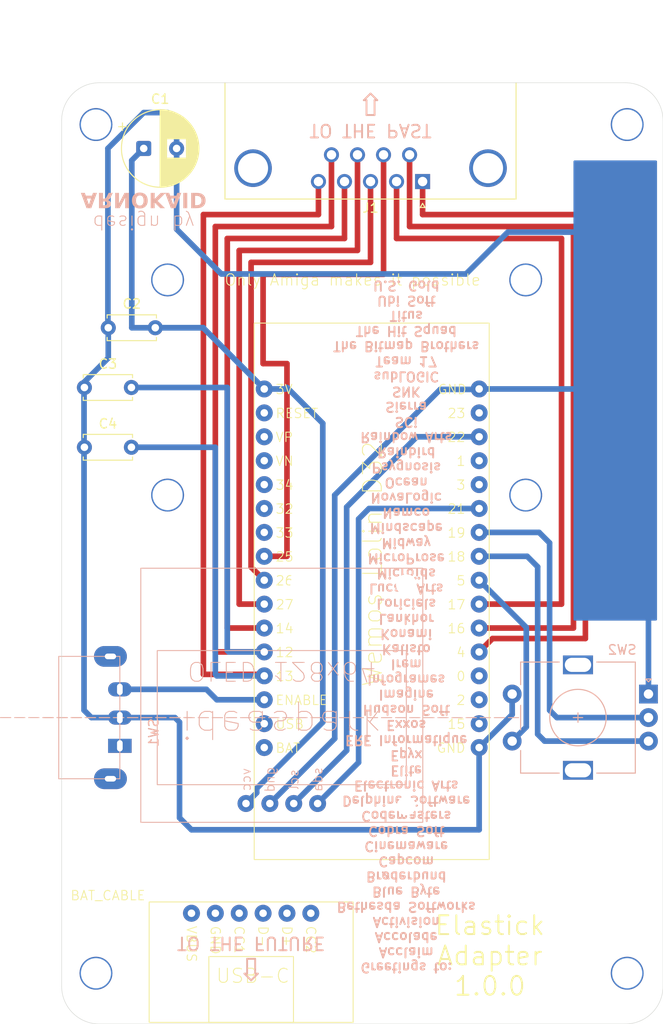
<source format=kicad_pcb>
(kicad_pcb (version 20241229) (generator "pcbnew") (generator_version "9.0")
  (layers (0 "F.Cu" signal) (2 "B.Cu" signal) (13 "F.Paste" user) (15 "B.Paste" user) (5 "F.SilkS" user "F.Silkscreen") (7 "B.SilkS" user "B.Silkscreen") (1 "F.Mask" user) (3 "B.Mask" user) (25 "Edge.Cuts" user))
  (net 0 "")
  (net 5 "Net-(U1-19)")
  (net 6 "Net-(U1-18)")
  (net 10 "Net-(U1-5)")
  (net 14 "Net-(DS1-vcc)")
  (net 15 "Net-(DS1-sda)")
  (net 16 "Net-(DS1-scl)")
  (net 18 "Net-(U1-4)")
  (net 19 "Net-(C3-Pad2)")
  (net 20 "Net-(C4-Pad2)")
  (net 21 "Net-(U1-14)")
  (net 22 "Net-(U1-16)")
  (net 23 "Net-(U1-17)")
  (net 24 "Net-(U1-26)")
  (net 25 "Net-(U1-27)")
  (net 35 "Net-(U1-25)")
  (net 38 "Net-(SW1-C)")
  (net 40 "/GND_NET")
  (footprint "elastick:usbc" (layer "F.Cu") (at 125.73 148.64)
    (property "Reference" "J2" (hide yes))
    (property "Value" "USB-C Breakout" (hide yes))
    (fp_rect (start -10.85 0) (end 10.85 12.8) (stroke (width 0.1)) (fill no) (layer "F.SilkS"))
    (fp_rect (start -4.5 5.8) (end 4.5 12.8) (stroke (width 0.1)) (fill no) (layer "F.SilkS"))
    (fp_text user "CC2" (at 6.35 2.47 270) (layer "F.SilkS") (effects (font (thickness 0.1)) (justify left)))
    (fp_text user "CC1" (at -1.27 2.47 270) (layer "F.SilkS") (effects (font (thickness 0.1)) (justify left)))
    (fp_text user "D-" (at 1.27 2.47 270) (layer "F.SilkS") (effects (font (thickness 0.1)) (justify left)))
    (fp_text user "D+" (at 3.81 2.47 270) (layer "F.SilkS") (effects (font (thickness 0.1)) (justify left)))
    (fp_text user "USB-C" (at -3.81 8.73 0) (layer "F.SilkS") (effects (font (size 1.5 1.5) (thickness 0.1)) (justify left bottom)))
    (fp_text user "GND" (at -3.81 2.47 270) (layer "F.SilkS") (effects (font (thickness 0.1)) (justify left)))
    (fp_text user "VBUS" (at -6.35 2.47 270) (layer "F.SilkS") (effects (font (thickness 0.1)) (justify left)))
    (pad "" np_thru_hole circle (at -8.35 10) (size 3.2 3.2) (drill 3.2) (layers "*.Cu" "*.Mask"))
    (pad "" np_thru_hole circle (at 0 10) (size 2.2 2.2) (drill 2.2) (layers "*.Cu" "*.Mask"))
    (pad "" np_thru_hole circle (at 8.35 10) (size 3.2 3.2) (drill 3.2) (layers "*.Cu" "*.Mask"))
    (pad "1" thru_hole circle (at -6.35 1.2) (size 1.8 1.8) (drill 0.8) (layers "*.Cu" "*.Mask"))
    (pad "2" thru_hole circle (at -3.81 1.2) (size 1.8 1.8) (drill 0.8) (layers "*.Cu" "*.Mask"))
    (pad "3" thru_hole circle (at -1.27 1.2) (size 1.8 1.8) (drill 0.8) (layers "*.Cu" "*.Mask"))
    (pad "4" thru_hole circle (at 1.27 1.2) (size 1.8 1.8) (drill 0.8) (layers "*.Cu" "*.Mask"))
    (pad "5" thru_hole circle (at 3.81 1.2) (size 1.8 1.8) (drill 0.8) (layers "*.Cu" "*.Mask"))
    (pad "6" thru_hole circle (at 6.35 1.2) (size 1.8 1.8) (drill 0.8) (layers "*.Cu" "*.Mask"))
  )
  (footprint "elastick:battery_hole" (layer "F.Cu") (at 165.735 156.21)
    (property "Reference" "REF**" (hide yes))
    (property "Value" "battery_hole" (hide yes))
    (pad "" np_thru_hole circle (at 0 0) (size 3.5 3.5) (drill 3.2) (layers "*.Cu" "*.Mask"))
  )
  (footprint "elastick:battery_hole" (layer "F.Cu") (at 165.735 66.04)
    (property "Reference" "REF**" (hide yes))
    (property "Value" "battery_hole" (hide yes))
    (pad "" np_thru_hole circle (at 0 0) (size 3.5 3.5) (drill 3.2) (layers "*.Cu" "*.Mask"))
  )
  (footprint "Capacitor_THT:C_Disc_D5.0mm_W2.5mm_P5.00mm" (layer "F.Cu") (at 107.99 100.33)
    (property "Reference" "C4" (at 2.5 -2.5 0) (layer "F.SilkS"))
    (property "Value" "22nF")
    (fp_line (start -0.12 -1.37) (end 5.12 -1.37) (stroke (width 0.12)) (layer "F.SilkS"))
    (fp_line (start -0.12 -1.033) (end -0.12 -1.37) (stroke (width 0.12)) (layer "F.SilkS"))
    (fp_line (start -0.12 1.37) (end -0.12 1.033) (stroke (width 0.12)) (layer "F.SilkS"))
    (fp_line (start 5.12 -1.37) (end 5.12 -1.033) (stroke (width 0.12)) (layer "F.SilkS"))
    (fp_line (start 5.12 1.033) (end 5.12 1.37) (stroke (width 0.12)) (layer "F.SilkS"))
    (fp_line (start 5.12 1.37) (end -0.12 1.37) (stroke (width 0.12)) (layer "F.SilkS"))
    (pad "1" thru_hole circle (at 0 0) (size 1.6 1.6) (drill 0.8) (layers "*.Cu" "*.Mask") (net 40 "/GND_NET"))
    (pad "2" thru_hole circle (at 5 0) (size 1.6 1.6) (drill 0.8) (layers "*.Cu" "*.Mask") (net 20 "Net-(C4-Pad2)"))
  )
  (footprint "Capacitor_THT:C_Disc_D5.0mm_W2.5mm_P5.00mm" (layer "F.Cu") (at 107.99 93.98)
    (property "Reference" "C3" (at 2.5 -2.5 0) (layer "F.SilkS"))
    (property "Value" "22nF")
    (fp_line (start -0.12 -1.37) (end 5.12 -1.37) (stroke (width 0.12)) (layer "F.SilkS"))
    (fp_line (start -0.12 -1.033) (end -0.12 -1.37) (stroke (width 0.12)) (layer "F.SilkS"))
    (fp_line (start -0.12 1.37) (end -0.12 1.033) (stroke (width 0.12)) (layer "F.SilkS"))
    (fp_line (start 5.12 -1.37) (end 5.12 -1.033) (stroke (width 0.12)) (layer "F.SilkS"))
    (fp_line (start 5.12 1.033) (end 5.12 1.37) (stroke (width 0.12)) (layer "F.SilkS"))
    (fp_line (start 5.12 1.37) (end -0.12 1.37) (stroke (width 0.12)) (layer "F.SilkS"))
    (pad "1" thru_hole circle (at 0 0) (size 1.6 1.6) (drill 0.8) (layers "*.Cu" "*.Mask") (net 40 "/GND_NET"))
    (pad "2" thru_hole circle (at 5 0) (size 1.6 1.6) (drill 0.8) (layers "*.Cu" "*.Mask") (net 19 "Net-(C3-Pad2)"))
  )
  (footprint "elastick:battery_cable_hole" (layer "F.Cu") (at 110.49 144.145)
    (property "Reference" "BAT_CABLE" (at 0 3.81 0) (layer "F.SilkS") (effects (font (thickness 0.1))))
    (property "Value" "battery_cable_hole" (hide yes))
    (pad "" np_thru_hole circle (at 0 0) (size 6 6) (drill 6) (layers "*.Cu" "*.Mask"))
  )
  (footprint "elastick:battery_hole" (layer "F.Cu") (at 154.94 105.41)
    (property "Reference" "REF**" (hide yes))
    (property "Value" "battery_hole" (hide yes))
    (pad "" np_thru_hole circle (at 0 0) (size 3.5 3.5) (drill 3.2) (layers "*.Cu" "*.Mask"))
  )
  (footprint "elastick:battery_hole" (layer "F.Cu") (at 116.84 82.55)
    (property "Reference" "REF**" (hide yes))
    (property "Value" "battery_hole" (hide yes))
    (pad "" np_thru_hole circle (at 0 0) (size 3.5 3.5) (drill 3.2) (layers "*.Cu" "*.Mask"))
  )
  (footprint "elastick:battery_hole" (layer "F.Cu") (at 109.22 66.04)
    (property "Reference" "REF**" (hide yes))
    (property "Value" "battery_hole" (hide yes))
    (pad "" np_thru_hole circle (at 0 0) (size 3.5 3.5) (drill 3.2) (layers "*.Cu" "*.Mask"))
  )
  (footprint "elastick:battery_hole" (layer "F.Cu") (at 109.22 156.21)
    (property "Reference" "REF**" (hide yes))
    (property "Value" "battery_hole" (hide yes))
    (pad "" np_thru_hole circle (at 0 0) (size 3.5 3.5) (drill 3.2) (layers "*.Cu" "*.Mask"))
  )
  (footprint "Connector_Dsub:DSUB-9_Pins_Horizontal_P2.77x2.84mm_EdgePinOffset7.70mm_Housed_MountingHolesOffset9.12mm" (layer "F.Cu") (at 143.97 72.095331 180)
    (property "Reference" "J1" (at 5.54 -2.8 0) (layer "F.SilkS"))
    (property "Value" "DE-9JOYSTICK")
    (fp_line (start 21.025 -1.86) (end 21.025 10.48) (stroke (width 0.12)) (layer "F.SilkS"))
    (fp_line (start 0.25 -2.754338) (end 0 -2.321325) (stroke (width 0.12)) (layer "F.SilkS"))
    (fp_line (start 0 -2.321325) (end -0.25 -2.754338) (stroke (width 0.12)) (layer "F.SilkS"))
    (fp_line (start -0.25 -2.754338) (end 0.25 -2.754338) (stroke (width 0.12)) (layer "F.SilkS"))
    (fp_line (start -9.945 10.48) (end -9.945 -1.86) (stroke (width 0.12)) (layer "F.SilkS"))
    (fp_line (start -9.945 -1.86) (end 21.025 -1.86) (stroke (width 0.12)) (layer "F.SilkS"))
    (pad "0" thru_hole circle (at -6.96 1.42 180) (size 4 4) (drill 3.2) (layers "*.Cu" "*.Mask"))
    (pad "0" thru_hole circle (at 18.04 1.42 180) (size 4 4) (drill 3.2) (layers "*.Cu" "*.Mask"))
    (pad "1" thru_hole rect (at 0 0 180) (size 1.6 1.6) (drill 1) (layers "*.Cu" "*.Mask") (net 18 "Net-(U1-4)"))
    (pad "2" thru_hole circle (at 2.77 0 180) (size 1.6 1.6) (drill 1) (layers "*.Cu" "*.Mask") (net 23 "Net-(U1-17)"))
    (pad "3" thru_hole circle (at 5.54 0 180) (size 1.6 1.6) (drill 1) (layers "*.Cu" "*.Mask") (net 24 "Net-(U1-26)"))
    (pad "4" thru_hole circle (at 8.31 0 180) (size 1.6 1.6) (drill 1) (layers "*.Cu" "*.Mask") (net 21 "Net-(U1-14)"))
    (pad "5" thru_hole circle (at 11.08 0 180) (size 1.6 1.6) (drill 1) (layers "*.Cu" "*.Mask") (net 20 "Net-(C4-Pad2)"))
    (pad "6" thru_hole circle (at 1.385 2.84 180) (size 1.6 1.6) (drill 1) (layers "*.Cu" "*.Mask") (net 22 "Net-(U1-16)"))
    (pad "7" thru_hole circle (at 4.155 2.84 180) (size 1.6 1.6) (drill 1) (layers "*.Cu" "*.Mask") (net 35 "Net-(U1-25)"))
    (pad "8" thru_hole circle (at 6.925 2.84 180) (size 1.6 1.6) (drill 1) (layers "*.Cu" "*.Mask") (net 25 "Net-(U1-27)"))
    (pad "9" thru_hole circle (at 9.695 2.84 180) (size 1.6 1.6) (drill 1) (layers "*.Cu" "*.Mask") (net 19 "Net-(C3-Pad2)"))
  )
  (footprint "elastick:battery_hole" (layer "F.Cu") (at 154.94 82.55)
    (property "Reference" "REF**" (hide yes))
    (property "Value" "battery_hole" (hide yes))
    (pad "" np_thru_hole circle (at 0 0) (size 3.5 3.5) (drill 3.2) (layers "*.Cu" "*.Mask"))
  )
  (footprint "elastick:battery_hole" (layer "F.Cu") (at 116.84 105.41)
    (property "Reference" "REF**" (hide yes))
    (property "Value" "battery_hole" (hide yes))
    (pad "" np_thru_hole circle (at 0 0) (size 3.5 3.5) (drill 3.2) (layers "*.Cu" "*.Mask"))
  )
  (footprint "elastick:Lolin D32" (layer "F.Cu") (at 134.745 134.775662)
    (property "Reference" "U1" (hide yes))
    (property "Value" "LOLIN-D32" (hide yes))
    (fp_rect (start -8.69 -47.64) (end 16.31 9.36) (stroke (width 0.1)) (fill no) (layer "F.SilkS"))
    (fp_text user "12" (at -6.475 -12.065 0) (layer "F.SilkS") (effects (font (thickness 0.1)) (justify left bottom)))
    (fp_text user "RESET" (at -6.475 -37.465 0) (layer "F.SilkS") (effects (font (thickness 0.1)) (justify left bottom)))
    (fp_text user "14" (at -6.475 -14.605 0) (layer "F.SilkS") (effects (font (thickness 0.1)) (justify left bottom)))
    (fp_text user "ENABLE" (at -6.475 -6.985 0) (layer "F.SilkS") (effects (font (thickness 0.1)) (justify left bottom)))
    (fp_text user "3" (at 13.845 -29.845 0) (layer "F.SilkS") (effects (font (thickness 0.1)) (justify right bottom)))
    (fp_text user "21" (at 13.845 -27.305 0) (layer "F.SilkS") (effects (font (thickness 0.1)) (justify right bottom)))
    (fp_text user "5" (at 13.845 -19.685 0) (layer "F.SilkS") (effects (font (thickness 0.1)) (justify right bottom)))
    (fp_text user "17" (at 13.845 -17.145 0) (layer "F.SilkS") (effects (font (thickness 0.1)) (justify right bottom)))
    (fp_text user "32" (at -6.475 -27.305 0) (layer "F.SilkS") (effects (font (thickness 0.1)) (justify left bottom)))
    (fp_text user "19" (at 13.845 -24.765 0) (layer "F.SilkS") (effects (font (thickness 0.1)) (justify right bottom)))
    (fp_text user "22" (at 13.845 -34.925 0) (layer "F.SilkS") (effects (font (thickness 0.1)) (justify right bottom)))
    (fp_text user "3V" (at -6.475 -40.005 0) (layer "F.SilkS") (effects (font (thickness 0.1)) (justify left bottom)))
    (fp_text user "25" (at -6.475 -22.225 0) (layer "F.SilkS") (effects (font (thickness 0.1)) (justify left bottom)))
    (fp_text user "18" (at 13.845 -22.225 0) (layer "F.SilkS") (effects (font (thickness 0.1)) (justify right bottom)))
    (fp_text user "27" (at -6.475 -17.145 0) (layer "F.SilkS") (effects (font (thickness 0.1)) (justify left bottom)))
    (fp_text user "23" (at 13.845 -37.465 0) (layer "F.SilkS") (effects (font (thickness 0.1)) (justify right bottom)))
    (fp_text user "BAT" (at -6.475 -1.905 0) (layer "F.SilkS") (effects (font (thickness 0.1)) (justify left bottom)))
    (fp_text user "4" (at 13.845 -12.065 0) (layer "F.SilkS") (effects (font (thickness 0.1)) (justify right bottom)))
    (fp_text user "VN" (at -6.475 -32.385 0) (layer "F.SilkS") (effects (font (thickness 0.1)) (justify left bottom)))
    (fp_text user "VP" (at -6.475 -34.925 0) (layer "F.SilkS") (effects (font (thickness 0.1)) (justify left bottom)))
    (fp_text user "13" (at -6.475 -9.525 0) (layer "F.SilkS") (effects (font (thickness 0.1)) (justify left bottom)))
    (fp_text user "USB" (at -6.475 -4.445 0) (layer "F.SilkS") (effects (font (thickness 0.1)) (justify left bottom)))
    (fp_text user "1" (at 13.845 -32.385 0) (layer "F.SilkS") (effects (font (thickness 0.1)) (justify right bottom)))
    (fp_text user "GND" (at 13.845 -1.905 0) (layer "F.SilkS") (effects (font (thickness 0.1)) (justify right bottom)))
    (fp_text user "2" (at 13.845 -6.985 0) (layer "F.SilkS") (effects (font (thickness 0.1)) (justify right bottom)))
    (fp_text user "33" (at -6.475 -24.765 0) (layer "F.SilkS") (effects (font (thickness 0.1)) (justify left bottom)))
    (fp_text user "15" (at 13.845 -4.445 0) (layer "F.SilkS") (effects (font (thickness 0.1)) (justify right bottom)))
    (fp_text user "Wemos Lolin D32" (at 5.08 -8.89 90) (layer "F.SilkS") (effects (font (size 2 2) (thickness 0.1)) (justify left bottom)))
    (fp_text user "26" (at -6.475 -19.685 0) (layer "F.SilkS") (effects (font (thickness 0.1)) (justify left bottom)))
    (fp_text user "GND" (at 13.97 -40.005 0) (layer "F.SilkS") (effects (font (thickness 0.1)) (justify right bottom)))
    (fp_text user "0" (at 13.845 -9.525 0) (layer "F.SilkS") (effects (font (thickness 0.1)) (justify right bottom)))
    (fp_text user "16" (at 13.845 -14.605 0) (layer "F.SilkS") (effects (font (thickness 0.1)) (justify right bottom)))
    (fp_text user "34" (at -6.475 -29.845 0) (layer "F.SilkS") (effects (font (thickness 0.1)) (justify left bottom)))
    (pad "1" thru_hole circle (at -7.62 -40.64) (size 1.8 1.8) (drill 0.8) (layers "*.Cu" "*.Mask") (net 14 "Net-(DS1-vcc)"))
    (pad "2" thru_hole circle (at -7.62 -38.1) (size 1.8 1.8) (drill 0.8) (layers "*.Cu" "*.Mask"))
    (pad "3" thru_hole circle (at -7.62 -35.56) (size 1.8 1.8) (drill 0.8) (layers "*.Cu" "*.Mask"))
    (pad "4" thru_hole circle (at -7.62 -33.02) (size 1.8 1.8) (drill 0.8) (layers "*.Cu" "*.Mask"))
    (pad "5" thru_hole circle (at -7.62 -30.48) (size 1.8 1.8) (drill 0.8) (layers "*.Cu" "*.Mask"))
    (pad "6" thru_hole circle (at -7.62 -27.94) (size 1.8 1.8) (drill 0.8) (layers "*.Cu" "*.Mask"))
    (pad "7" thru_hole circle (at -7.62 -25.4) (size 1.8 1.8) (drill 0.8) (layers "*.Cu" "*.Mask"))
    (pad "8" thru_hole circle (at -7.62 -22.86) (size 1.8 1.8) (drill 0.8) (layers "*.Cu" "*.Mask") (net 35 "Net-(U1-25)"))
    (pad "9" thru_hole circle (at -7.62 -20.32) (size 1.8 1.8) (drill 0.8) (layers "*.Cu" "*.Mask") (net 24 "Net-(U1-26)"))
    (pad "10" thru_hole circle (at -7.62 -17.78) (size 1.8 1.8) (drill 0.8) (layers "*.Cu" "*.Mask") (net 25 "Net-(U1-27)"))
    (pad "11" thru_hole circle (at -7.62 -15.24) (size 1.8 1.8) (drill 0.8) (layers "*.Cu" "*.Mask") (net 21 "Net-(U1-14)"))
    (pad "12" thru_hole circle (at -7.62 -12.7) (size 1.8 1.8) (drill 0.8) (layers "*.Cu" "*.Mask") (net 19 "Net-(C3-Pad2)"))
    (pad "13" thru_hole circle (at -7.62 -10.16) (size 1.8 1.8) (drill 0.8) (layers "*.Cu" "*.Mask") (net 20 "Net-(C4-Pad2)"))
    (pad "14" thru_hole circle (at -7.62 -7.62) (size 1.8 1.8) (drill 0.8) (layers "*.Cu" "*.Mask") (net 38 "Net-(SW1-C)"))
    (pad "15" thru_hole circle (at -7.62 -5.08) (size 1.8 1.8) (drill 0.8) (layers "*.Cu" "*.Mask"))
    (pad "16" thru_hole circle (at -7.62 -2.54) (size 1.8 1.8) (drill 0.8) (layers "*.Cu" "*.Mask"))
    (pad "17" thru_hole circle (at 15.24 -40.64) (size 1.8 1.8) (drill 0.8) (layers "*.Cu" "*.Mask") (net 40 "/GND_NET"))
    (pad "18" thru_hole circle (at 15.24 -38.1) (size 1.8 1.8) (drill 0.8) (layers "*.Cu" "*.Mask"))
    (pad "19" thru_hole circle (at 15.24 -35.56) (size 1.8 1.8) (drill 0.8) (layers "*.Cu" "*.Mask") (net 16 "Net-(DS1-scl)"))
    (pad "20" thru_hole circle (at 15.24 -33.02) (size 1.8 1.8) (drill 0.8) (layers "*.Cu" "*.Mask"))
    (pad "21" thru_hole circle (at 15.24 -30.48) (size 1.8 1.8) (drill 0.8) (layers "*.Cu" "*.Mask"))
    (pad "22" thru_hole circle (at 15.24 -27.94) (size 1.8 1.8) (drill 0.8) (layers "*.Cu" "*.Mask") (net 15 "Net-(DS1-sda)"))
    (pad "23" thru_hole circle (at 15.24 -25.4) (size 1.8 1.8) (drill 0.8) (layers "*.Cu" "*.Mask") (net 5 "Net-(U1-19)"))
    (pad "24" thru_hole circle (at 15.24 -22.86) (size 1.8 1.8) (drill 0.8) (layers "*.Cu" "*.Mask") (net 6 "Net-(U1-18)"))
    (pad "25" thru_hole circle (at 15.24 -20.32) (size 1.8 1.8) (drill 0.8) (layers "*.Cu" "*.Mask") (net 10 "Net-(U1-5)"))
    (pad "26" thru_hole circle (at 15.24 -17.78) (size 1.8 1.8) (drill 0.8) (layers "*.Cu" "*.Mask") (net 23 "Net-(U1-17)"))
    (pad "27" thru_hole circle (at 15.24 -15.24) (size 1.8 1.8) (drill 0.8) (layers "*.Cu" "*.Mask") (net 22 "Net-(U1-16)"))
    (pad "28" thru_hole circle (at 15.24 -12.7) (size 1.8 1.8) (drill 0.8) (layers "*.Cu" "*.Mask") (net 18 "Net-(U1-4)"))
    (pad "29" thru_hole circle (at 15.24 -10.16) (size 1.8 1.8) (drill 0.8) (layers "*.Cu" "*.Mask"))
    (pad "30" thru_hole circle (at 15.24 -7.62) (size 1.8 1.8) (drill 0.8) (layers "*.Cu" "*.Mask"))
    (pad "31" thru_hole circle (at 15.24 -5.08) (size 1.8 1.8) (drill 0.8) (layers "*.Cu" "*.Mask"))
    (pad "32" thru_hole circle (at 15.24 -2.54) (size 1.8 1.8) (drill 0.8) (layers "*.Cu" "*.Mask") (net 40 "/GND_NET"))
  )
  (footprint "Capacitor_THT:CP_Radial_D8.0mm_P3.50mm" (layer "F.Cu") (at 114.3 68.58)
    (property "Reference" "C1" (at 1.75 -5.25 0) (layer "F.SilkS"))
    (property "Value" "470µF")
    (fp_line (start -2.659698 -2.315) (end -1.859698 -2.315) (stroke (width 0.12)) (layer "F.SilkS"))
    (fp_line (start -2.259698 -2.715) (end -2.259698 -1.915) (stroke (width 0.12)) (layer "F.SilkS"))
    (fp_line (start 1.75 -4.08) (end 1.75 4.08) (stroke (width 0.12)) (layer "F.SilkS"))
    (fp_line (start 1.79 -4.08) (end 1.79 4.08) (stroke (width 0.12)) (layer "F.SilkS"))
    (fp_line (start 1.83 -4.079) (end 1.83 4.079) (stroke (width 0.12)) (layer "F.SilkS"))
    (fp_line (start 1.87 -4.078) (end 1.87 4.078) (stroke (width 0.12)) (layer "F.SilkS"))
    (fp_line (start 1.91 -4.077) (end 1.91 4.077) (stroke (width 0.12)) (layer "F.SilkS"))
    (fp_line (start 1.95 -4.075) (end 1.95 4.075) (stroke (width 0.12)) (layer "F.SilkS"))
    (fp_line (start 1.99 -4.073) (end 1.99 4.073) (stroke (width 0.12)) (layer "F.SilkS"))
    (fp_line (start 2.03 -4.07) (end 2.03 4.07) (stroke (width 0.12)) (layer "F.SilkS"))
    (fp_line (start 2.07 -4.068) (end 2.07 4.068) (stroke (width 0.12)) (layer "F.SilkS"))
    (fp_line (start 2.11 -4.064) (end 2.11 4.064) (stroke (width 0.12)) (layer "F.SilkS"))
    (fp_line (start 2.15 -4.061) (end 2.15 4.061) (stroke (width 0.12)) (layer "F.SilkS"))
    (fp_line (start 2.19 -4.056) (end 2.19 4.056) (stroke (width 0.12)) (layer "F.SilkS"))
    (fp_line (start 2.23 -4.052) (end 2.23 4.052) (stroke (width 0.12)) (layer "F.SilkS"))
    (fp_line (start 2.27 -4.047) (end 2.27 4.047) (stroke (width 0.12)) (layer "F.SilkS"))
    (fp_line (start 2.31 -4.042) (end 2.31 4.042) (stroke (width 0.12)) (layer "F.SilkS"))
    (fp_line (start 2.35 -4.036) (end 2.35 4.036) (stroke (width 0.12)) (layer "F.SilkS"))
    (fp_line (start 2.39 -4.03) (end 2.39 4.03) (stroke (width 0.12)) (layer "F.SilkS"))
    (fp_line (start 2.43 -4.023) (end 2.43 4.023) (stroke (width 0.12)) (layer "F.SilkS"))
    (fp_line (start 2.47 -4.017) (end 2.47 -1.04) (stroke (width 0.12)) (layer "F.SilkS"))
    (fp_line (start 2.47 1.04) (end 2.47 4.017) (stroke (width 0.12)) (layer "F.SilkS"))
    (fp_line (start 2.51 -4.009) (end 2.51 -1.04) (stroke (width 0.12)) (layer "F.SilkS"))
    (fp_line (start 2.51 1.04) (end 2.51 4.009) (stroke (width 0.12)) (layer "F.SilkS"))
    (fp_line (start 2.55 -4.002) (end 2.55 -1.04) (stroke (width 0.12)) (layer "F.SilkS"))
    (fp_line (start 2.55 1.04) (end 2.55 4.002) (stroke (width 0.12)) (layer "F.SilkS"))
    (fp_line (start 2.59 -3.993) (end 2.59 -1.04) (stroke (width 0.12)) (layer "F.SilkS"))
    (fp_line (start 2.59 1.04) (end 2.59 3.993) (stroke (width 0.12)) (layer "F.SilkS"))
    (fp_line (start 2.63 -3.985) (end 2.63 -1.04) (stroke (width 0.12)) (layer "F.SilkS"))
    (fp_line (start 2.63 1.04) (end 2.63 3.985) (stroke (width 0.12)) (layer "F.SilkS"))
    (fp_line (start 2.67 -3.976) (end 2.67 -1.04) (stroke (width 0.12)) (layer "F.SilkS"))
    (fp_line (start 2.67 1.04) (end 2.67 3.976) (stroke (width 0.12)) (layer "F.SilkS"))
    (fp_line (start 2.71 -3.967) (end 2.71 -1.04) (stroke (width 0.12)) (layer "F.SilkS"))
    (fp_line (start 2.71 1.04) (end 2.71 3.967) (stroke (width 0.12)) (layer "F.SilkS"))
    (fp_line (start 2.75 -3.957) (end 2.75 -1.04) (stroke (width 0.12)) (layer "F.SilkS"))
    (fp_line (start 2.75 1.04) (end 2.75 3.957) (stroke (width 0.12)) (layer "F.SilkS"))
    (fp_line (start 2.79 -3.947) (end 2.79 -1.04) (stroke (width 0.12)) (layer "F.SilkS"))
    (fp_line (start 2.79 1.04) (end 2.79 3.947) (stroke (width 0.12)) (layer "F.SilkS"))
    (fp_line (start 2.83 -3.936) (end 2.83 -1.04) (stroke (width 0.12)) (layer "F.SilkS"))
    (fp_line (start 2.83 1.04) (end 2.83 3.936) (stroke (width 0.12)) (layer "F.SilkS"))
    (fp_line (start 2.87 -3.925) (end 2.87 -1.04) (stroke (width 0.12)) (layer "F.SilkS"))
    (fp_line (start 2.87 1.04) (end 2.87 3.925) (stroke (width 0.12)) (layer "F.SilkS"))
    (fp_line (start 2.91 -3.913) (end 2.91 -1.04) (stroke (width 0.12)) (layer "F.SilkS"))
    (fp_line (start 2.91 1.04) (end 2.91 3.913) (stroke (width 0.12)) (layer "F.SilkS"))
    (fp_line (start 2.95 -3.901) (end 2.95 -1.04) (stroke (width 0.12)) (layer "F.SilkS"))
    (fp_line (start 2.95 1.04) (end 2.95 3.901) (stroke (width 0.12)) (layer "F.SilkS"))
    (fp_line (start 2.99 -3.889) (end 2.99 -1.04) (stroke (width 0.12)) (layer "F.SilkS"))
    (fp_line (start 2.99 1.04) (end 2.99 3.889) (stroke (width 0.12)) (layer "F.SilkS"))
    (fp_line (start 3.03 -3.876) (end 3.03 -1.04) (stroke (width 0.12)) (layer "F.SilkS"))
    (fp_line (start 3.03 1.04) (end 3.03 3.876) (stroke (width 0.12)) (layer "F.SilkS"))
    (fp_line (start 3.07 -3.863) (end 3.07 -1.04) (stroke (width 0.12)) (layer "F.SilkS"))
    (fp_line (start 3.07 1.04) (end 3.07 3.863) (stroke (width 0.12)) (layer "F.SilkS"))
    (fp_line (start 3.11 -3.849) (end 3.11 -1.04) (stroke (width 0.12)) (layer "F.SilkS"))
    (fp_line (start 3.11 1.04) (end 3.11 3.849) (stroke (width 0.12)) (layer "F.SilkS"))
    (fp_line (start 3.15 -3.835) (end 3.15 -1.04) (stroke (width 0.12)) (layer "F.SilkS"))
    (fp_line (start 3.15 1.04) (end 3.15 3.835) (stroke (width 0.12)) (layer "F.SilkS"))
    (fp_line (start 3.19 -3.82) (end 3.19 -1.04) (stroke (width 0.12)) (layer "F.SilkS"))
    (fp_line (start 3.19 1.04) (end 3.19 3.82) (stroke (width 0.12)) (layer "F.SilkS"))
    (fp_line (start 3.23 -3.805) (end 3.23 -1.04) (stroke (width 0.12)) (layer "F.SilkS"))
    (fp_line (start 3.23 1.04) (end 3.23 3.805) (stroke (width 0.12)) (layer "F.SilkS"))
    (fp_line (start 3.27 -3.789) (end 3.27 -1.04) (stroke (width 0.12)) (layer "F.SilkS"))
    (fp_line (start 3.27 1.04) (end 3.27 3.789) (stroke (width 0.12)) (layer "F.SilkS"))
    (fp_line (start 3.31 -3.773) (end 3.31 -1.04) (stroke (width 0.12)) (layer "F.SilkS"))
    (fp_line (start 3.31 1.04) (end 3.31 3.773) (stroke (width 0.12)) (layer "F.SilkS"))
    (fp_line (start 3.35 -3.757) (end 3.35 -1.04) (stroke (width 0.12)) (layer "F.SilkS"))
    (fp_line (start 3.35 1.04) (end 3.35 3.757) (stroke (width 0.12)) (layer "F.SilkS"))
    (fp_line (start 3.39 -3.74) (end 3.39 -1.04) (stroke (width 0.12)) (layer "F.SilkS"))
    (fp_line (start 3.39 1.04) (end 3.39 3.74) (stroke (width 0.12)) (layer "F.SilkS"))
    (fp_line (start 3.43 -3.722) (end 3.43 -1.04) (stroke (width 0.12)) (layer "F.SilkS"))
    (fp_line (start 3.43 1.04) (end 3.43 3.722) (stroke (width 0.12)) (layer "F.SilkS"))
    (fp_line (start 3.47 -3.704) (end 3.47 -1.04) (stroke (width 0.12)) (layer "F.SilkS"))
    (fp_line (start 3.47 1.04) (end 3.47 3.704) (stroke (width 0.12)) (layer "F.SilkS"))
    (fp_line (start 3.51 -3.685) (end 3.51 -1.04) (stroke (width 0.12)) (layer "F.SilkS"))
    (fp_line (start 3.51 1.04) (end 3.51 3.685) (stroke (width 0.12)) (layer "F.SilkS"))
    (fp_line (start 3.55 -3.666) (end 3.55 -1.04) (stroke (width 0.12)) (layer "F.SilkS"))
    (fp_line (start 3.55 1.04) (end 3.55 3.666) (stroke (width 0.12)) (layer "F.SilkS"))
    (fp_line (start 3.59 -3.646) (end 3.59 -1.04) (stroke (width 0.12)) (layer "F.SilkS"))
    (fp_line (start 3.59 1.04) (end 3.59 3.646) (stroke (width 0.12)) (layer "F.SilkS"))
    (fp_line (start 3.63 -3.626) (end 3.63 -1.04) (stroke (width 0.12)) (layer "F.SilkS"))
    (fp_line (start 3.63 1.04) (end 3.63 3.626) (stroke (width 0.12)) (layer "F.SilkS"))
    (fp_line (start 3.67 -3.605) (end 3.67 -1.04) (stroke (width 0.12)) (layer "F.SilkS"))
    (fp_line (start 3.67 1.04) (end 3.67 3.605) (stroke (width 0.12)) (layer "F.SilkS"))
    (fp_line (start 3.71 -3.584) (end 3.71 -1.04) (stroke (width 0.12)) (layer "F.SilkS"))
    (fp_line (start 3.71 1.04) (end 3.71 3.584) (stroke (width 0.12)) (layer "F.SilkS"))
    (fp_line (start 3.75 -3.562) (end 3.75 -1.04) (stroke (width 0.12)) (layer "F.SilkS"))
    (fp_line (start 3.75 1.04) (end 3.75 3.562) (stroke (width 0.12)) (layer "F.SilkS"))
    (fp_line (start 3.79 -3.539) (end 3.79 -1.04) (stroke (width 0.12)) (layer "F.SilkS"))
    (fp_line (start 3.79 1.04) (end 3.79 3.539) (stroke (width 0.12)) (layer "F.SilkS"))
    (fp_line (start 3.83 -3.516) (end 3.83 -1.04) (stroke (width 0.12)) (layer "F.SilkS"))
    (fp_line (start 3.83 1.04) (end 3.83 3.516) (stroke (width 0.12)) (layer "F.SilkS"))
    (fp_line (start 3.87 -3.493) (end 3.87 -1.04) (stroke (width 0.12)) (layer "F.SilkS"))
    (fp_line (start 3.87 1.04) (end 3.87 3.493) (stroke (width 0.12)) (layer "F.SilkS"))
    (fp_line (start 3.91 -3.468) (end 3.91 -1.04) (stroke (width 0.12)) (layer "F.SilkS"))
    (fp_line (start 3.91 1.04) (end 3.91 3.468) (stroke (width 0.12)) (layer "F.SilkS"))
    (fp_line (start 3.95 -3.443) (end 3.95 -1.04) (stroke (width 0.12)) (layer "F.SilkS"))
    (fp_line (start 3.95 1.04) (end 3.95 3.443) (stroke (width 0.12)) (layer "F.SilkS"))
    (fp_line (start 3.99 -3.418) (end 3.99 -1.04) (stroke (width 0.12)) (layer "F.SilkS"))
    (fp_line (start 3.99 1.04) (end 3.99 3.418) (stroke (width 0.12)) (layer "F.SilkS"))
    (fp_line (start 4.03 -3.392) (end 4.03 -1.04) (stroke (width 0.12)) (layer "F.SilkS"))
    (fp_line (start 4.03 1.04) (end 4.03 3.392) (stroke (width 0.12)) (layer "F.SilkS"))
    (fp_line (start 4.07 -3.365) (end 4.07 -1.04) (stroke (width 0.12)) (layer "F.SilkS"))
    (fp_line (start 4.07 1.04) (end 4.07 3.365) (stroke (width 0.12)) (layer "F.SilkS"))
    (fp_line (start 4.11 -3.337) (end 4.11 -1.04) (stroke (width 0.12)) (layer "F.SilkS"))
    (fp_line (start 4.11 1.04) (end 4.11 3.337) (stroke (width 0.12)) (layer "F.SilkS"))
    (fp_line (start 4.15 -3.309) (end 4.15 -1.04) (stroke (width 0.12)) (layer "F.SilkS"))
    (fp_line (start 4.15 1.04) (end 4.15 3.309) (stroke (width 0.12)) (layer "F.SilkS"))
    (fp_line (start 4.19 -3.28) (end 4.19 -1.04) (stroke (width 0.12)) (layer "F.SilkS"))
    (fp_line (start 4.19 1.04) (end 4.19 3.28) (stroke (width 0.12)) (layer "F.SilkS"))
    (fp_line (start 4.23 -3.25) (end 4.23 -1.04) (stroke (width 0.12)) (layer "F.SilkS"))
    (fp_line (start 4.23 1.04) (end 4.23 3.25) (stroke (width 0.12)) (layer "F.SilkS"))
    (fp_line (start 4.27 -3.219) (end 4.27 -1.04) (stroke (width 0.12)) (layer "F.SilkS"))
    (fp_line (start 4.27 1.04) (end 4.27 3.219) (stroke (width 0.12)) (layer "F.SilkS"))
    (fp_line (start 4.31 -3.188) (end 4.31 -1.04) (stroke (width 0.12)) (layer "F.SilkS"))
    (fp_line (start 4.31 1.04) (end 4.31 3.188) (stroke (width 0.12)) (layer "F.SilkS"))
    (fp_line (start 4.35 -3.156) (end 4.35 -1.04) (stroke (width 0.12)) (layer "F.SilkS"))
    (fp_line (start 4.35 1.04) (end 4.35 3.156) (stroke (width 0.12)) (layer "F.SilkS"))
    (fp_line (start 4.39 -3.123) (end 4.39 -1.04) (stroke (width 0.12)) (layer "F.SilkS"))
    (fp_line (start 4.39 1.04) (end 4.39 3.123) (stroke (width 0.12)) (layer "F.SilkS"))
    (fp_line (start 4.43 -3.089) (end 4.43 -1.04) (stroke (width 0.12)) (layer "F.SilkS"))
    (fp_line (start 4.43 1.04) (end 4.43 3.089) (stroke (width 0.12)) (layer "F.SilkS"))
    (fp_line (start 4.47 -3.055) (end 4.47 -1.04) (stroke (width 0.12)) (layer "F.SilkS"))
    (fp_line (start 4.47 1.04) (end 4.47 3.055) (stroke (width 0.12)) (layer "F.SilkS"))
    (fp_line (start 4.51 -3.019) (end 4.51 -1.04) (stroke (width 0.12)) (layer "F.SilkS"))
    (fp_line (start 4.51 1.04) (end 4.51 3.019) (stroke (width 0.12)) (layer "F.SilkS"))
    (fp_line (start 4.55 -2.982) (end 4.55 2.982) (stroke (width 0.12)) (layer "F.SilkS"))
    (fp_line (start 4.59 -2.945) (end 4.59 2.945) (stroke (width 0.12)) (layer "F.SilkS"))
    (fp_line (start 4.63 -2.906) (end 4.63 2.906) (stroke (width 0.12)) (layer "F.SilkS"))
    (fp_line (start 4.67 -2.867) (end 4.67 2.867) (stroke (width 0.12)) (layer "F.SilkS"))
    (fp_line (start 4.71 -2.826) (end 4.71 2.826) (stroke (width 0.12)) (layer "F.SilkS"))
    (fp_line (start 4.75 -2.784) (end 4.75 2.784) (stroke (width 0.12)) (layer "F.SilkS"))
    (fp_line (start 4.79 -2.741) (end 4.79 2.741) (stroke (width 0.12)) (layer "F.SilkS"))
    (fp_line (start 4.83 -2.696) (end 4.83 2.696) (stroke (width 0.12)) (layer "F.SilkS"))
    (fp_line (start 4.87 -2.651) (end 4.87 2.651) (stroke (width 0.12)) (layer "F.SilkS"))
    (fp_line (start 4.91 -2.604) (end 4.91 2.604) (stroke (width 0.12)) (layer "F.SilkS"))
    (fp_line (start 4.95 -2.555) (end 4.95 2.555) (stroke (width 0.12)) (layer "F.SilkS"))
    (fp_line (start 4.99 -2.505) (end 4.99 2.505) (stroke (width 0.12)) (layer "F.SilkS"))
    (fp_line (start 5.03 -2.453) (end 5.03 2.453) (stroke (width 0.12)) (layer "F.SilkS"))
    (fp_line (start 5.07 -2.4) (end 5.07 2.4) (stroke (width 0.12)) (layer "F.SilkS"))
    (fp_line (start 5.11 -2.344) (end 5.11 2.344) (stroke (width 0.12)) (layer "F.SilkS"))
    (fp_line (start 5.15 -2.287) (end 5.15 2.287) (stroke (width 0.12)) (layer "F.SilkS"))
    (fp_line (start 5.19 -2.227) (end 5.19 2.227) (stroke (width 0.12)) (layer "F.SilkS"))
    (fp_line (start 5.23 -2.165) (end 5.23 2.165) (stroke (width 0.12)) (layer "F.SilkS"))
    (fp_line (start 5.27 -2.101) (end 5.27 2.101) (stroke (width 0.12)) (layer "F.SilkS"))
    (fp_line (start 5.31 -2.034) (end 5.31 2.034) (stroke (width 0.12)) (layer "F.SilkS"))
    (fp_line (start 5.35 -1.964) (end 5.35 1.964) (stroke (width 0.12)) (layer "F.SilkS"))
    (fp_line (start 5.39 -1.89) (end 5.39 1.89) (stroke (width 0.12)) (layer "F.SilkS"))
    (fp_line (start 5.43 -1.813) (end 5.43 1.813) (stroke (width 0.12)) (layer "F.SilkS"))
    (fp_line (start 5.47 -1.731) (end 5.47 1.731) (stroke (width 0.12)) (layer "F.SilkS"))
    (fp_line (start 5.51 -1.644) (end 5.51 1.644) (stroke (width 0.12)) (layer "F.SilkS"))
    (fp_line (start 5.55 -1.552) (end 5.55 1.552) (stroke (width 0.12)) (layer "F.SilkS"))
    (fp_line (start 5.59 -1.453) (end 5.59 1.453) (stroke (width 0.12)) (layer "F.SilkS"))
    (fp_line (start 5.63 -1.346) (end 5.63 1.346) (stroke (width 0.12)) (layer "F.SilkS"))
    (fp_line (start 5.67 -1.228) (end 5.67 1.228) (stroke (width 0.12)) (layer "F.SilkS"))
    (fp_line (start 5.71 -1.097) (end 5.71 1.097) (stroke (width 0.12)) (layer "F.SilkS"))
    (fp_line (start 5.75 -0.947) (end 5.75 0.947) (stroke (width 0.12)) (layer "F.SilkS"))
    (fp_line (start 5.79 -0.768) (end 5.79 0.768) (stroke (width 0.12)) (layer "F.SilkS"))
    (fp_line (start 5.83 -0.533) (end 5.83 0.533) (stroke (width 0.12)) (layer "F.SilkS"))
    (fp_circle (center 1.75 0) (end 5.87 0) (stroke (width 0.12)) (fill no) (layer "F.SilkS"))
    (pad "1" thru_hole roundrect (at 0 0) (size 1.6 1.6) (drill 0.8) (layers "*.Cu" "*.Mask") (roundrect_rratio 0.15625) (net 14 "Net-(DS1-vcc)"))
    (pad "2" thru_hole circle (at 3.5 0) (size 1.6 1.6) (drill 0.8) (layers "*.Cu" "*.Mask") (net 40 "/GND_NET"))
  )
  (footprint "Capacitor_THT:C_Disc_D5.0mm_W2.5mm_P5.00mm" (layer "F.Cu") (at 115.53 87.63 180)
    (property "Reference" "C2" (at 2.5 2.54 0) (layer "F.SilkS"))
    (property "Value" "100nF")
    (fp_line (start 5.12 1.37) (end -0.12 1.37) (stroke (width 0.12)) (layer "F.SilkS"))
    (fp_line (start 5.12 1.033) (end 5.12 1.37) (stroke (width 0.12)) (layer "F.SilkS"))
    (fp_line (start 5.12 -1.37) (end 5.12 -1.033) (stroke (width 0.12)) (layer "F.SilkS"))
    (fp_line (start -0.12 1.37) (end -0.12 1.033) (stroke (width 0.12)) (layer "F.SilkS"))
    (fp_line (start -0.12 -1.033) (end -0.12 -1.37) (stroke (width 0.12)) (layer "F.SilkS"))
    (fp_line (start -0.12 -1.37) (end 5.12 -1.37) (stroke (width 0.12)) (layer "F.SilkS"))
    (pad "1" thru_hole circle (at 0 0 180) (size 1.6 1.6) (drill 0.8) (layers "*.Cu" "*.Mask") (net 14 "Net-(DS1-vcc)"))
    (pad "2" thru_hole circle (at 5 0 180) (size 1.6 1.6) (drill 0.8) (layers "*.Cu" "*.Mask") (net 40 "/GND_NET"))
  )
  (footprint "elastick:oled_128_64_i2c" (layer "B.Cu") (at 128.99 138.18)
    (property "Reference" "DS1" (hide yes))
    (property "Value" "SSD1306 I2C OLED" (hide yes))
    (fp_line (start -25.4 -9.125) (end 25.4 -9.125) (stroke (width 0.1) (type dash)) (layer "B.SilkS"))
    (fp_rect (start -15 2) (end 15 -25) (stroke (width 0.1)) (fill no) (layer "B.SilkS"))
    (fp_rect (start -13.25 -2) (end 13.25 -16.25) (stroke (width 0.1)) (fill no) (layer "B.SilkS"))
    (fp_circle (center -13.25 -23.25) (end -12.25 -23.25) (stroke (width 0.1)) (fill no) (layer "B.SilkS"))
    (fp_circle (center 13.25 -23.25) (end 14.25 -23.25) (stroke (width 0.1)) (fill no) (layer "B.SilkS"))
    (fp_text user "OLED 128x64" (at 0 -15.24 180) (layer "B.SilkS") (effects (font (size 2 2) (thickness 0.1)) (justify bottom mirror)))
    (fp_text user "ideaspark" (at 0 -10.16 180) (layer "B.SilkS") (effects (font (size 3 3) (thickness 0.1)) (justify bottom mirror)))
    (fp_text user "scl" (at 1.27 -2.54 90) (layer "B.SilkS") (effects (font (thickness 0.1)) (justify mirror)))
    (fp_text user "gnd" (at -1.27 -2.54 90) (layer "B.SilkS") (effects (font (thickness 0.1)) (justify mirror)))
    (fp_text user "sda" (at 3.81 -2.54 90) (layer "B.SilkS") (effects (font (thickness 0.1)) (justify mirror)))
    (fp_text user "vcc" (at -3.81 -2.54 90) (layer "B.SilkS") (effects (font (thickness 0.1)) (justify mirror)))
    (pad "" np_thru_hole circle (at -13.25 -23.25) (size 2.2 2.2) (drill 2.2) (layers "*.Cu" "*.Mask"))
    (pad "" np_thru_hole circle (at -13.25 0.25) (size 2 2) (drill 2) (layers "*.Cu" "*.Mask"))
    (pad "" np_thru_hole circle (at 2 -23.25) (size 2.2 2.2) (drill 2.2) (layers "*.Cu" "*.Mask"))
    (pad "" np_thru_hole circle (at 13.25 -23.25) (size 2.2 2.2) (drill 2.2) (layers "*.Cu" "*.Mask"))
    (pad "" np_thru_hole circle (at 13.25 0.25) (size 2 2) (drill 2) (layers "*.Cu" "*.Mask"))
    (pad "1" thru_hole circle (at -3.81 0) (size 1.8 1.8) (drill 0.8) (layers "*.Cu" "*.Mask") (net 14 "Net-(DS1-vcc)"))
    (pad "2" thru_hole circle (at -1.27 0) (size 1.8 1.8) (drill 0.8) (layers "*.Cu" "*.Mask") (net 40 "/GND_NET"))
    (pad "3" thru_hole circle (at 1.27 0) (size 1.8 1.8) (drill 0.8) (layers "*.Cu" "*.Mask") (net 16 "Net-(DS1-scl)"))
    (pad "4" thru_hole circle (at 3.81 0) (size 1.8 1.8) (drill 0.8) (layers "*.Cu" "*.Mask") (net 15 "Net-(DS1-sda)"))
  )
  (footprint "elastick:rotary_encoder" (layer "B.Cu") (at 168 126.55 180)
    (property "Reference" "SW2" (at 2.8 4.7 0) (layer "B.SilkS") (effects (justify mirror)))
    (property "Value" "ROTARY_SWITCH")
    (fp_line (start 13.6 3.4) (end 13.6 1) (stroke (width 0.12)) (layer "B.SilkS"))
    (fp_line (start 13.6 -1.2) (end 13.6 -3.8) (stroke (width 0.12)) (layer "B.SilkS"))
    (fp_line (start 13.6 -6) (end 13.6 -8.4) (stroke (width 0.12)) (layer "B.SilkS"))
    (fp_line (start 13.6 -8.4) (end 9.5 -8.4) (stroke (width 0.12)) (layer "B.SilkS"))
    (fp_line (start 9.5 3.4) (end 13.6 3.4) (stroke (width 0.12)) (layer "B.SilkS"))
    (fp_line (start 7.5 -2) (end 7.5 -3) (stroke (width 0.12)) (layer "B.SilkS"))
    (fp_line (start 7 -2.5) (end 8 -2.5) (stroke (width 0.12)) (layer "B.SilkS"))
    (fp_line (start 5.5 3.4) (end 1.4 3.4) (stroke (width 0.12)) (layer "B.SilkS"))
    (fp_line (start 5.5 -8.4) (end 1.4 -8.4) (stroke (width 0.12)) (layer "B.SilkS"))
    (fp_line (start 1.4 3.4) (end 1.4 -8.4) (stroke (width 0.12)) (layer "B.SilkS"))
    (fp_line (start 0.3 1.6) (end 0 1.3) (stroke (width 0.12)) (layer "B.SilkS"))
    (fp_line (start 0 1.3) (end -0.3 1.6) (stroke (width 0.12)) (layer "B.SilkS"))
    (fp_line (start -0.3 1.6) (end 0.3 1.6) (stroke (width 0.12)) (layer "B.SilkS"))
    (fp_circle (center 7.5 -2.5) (end 10.5 -2.5) (stroke (width 0.12)) (fill no) (layer "B.SilkS"))
    (pad "A" thru_hole rect (at 0 0 180) (size 2 2) (drill 1) (layers "*.Cu" "*.Mask") (net 40 "/GND_NET"))
    (pad "B" thru_hole circle (at 0 -5 180) (size 2 2) (drill 1) (layers "*.Cu" "*.Mask") (net 6 "Net-(U1-18)"))
    (pad "C" thru_hole circle (at 0 -2.5 180) (size 2 2) (drill 1) (layers "*.Cu" "*.Mask") (net 5 "Net-(U1-19)"))
    (pad "MP" thru_hole rect (at 7.5 -8.1 180) (size 3.2 2) (drill oval 2.8 1.5) (layers "*.Cu" "*.Mask"))
    (pad "MP" thru_hole rect (at 7.5 3.1 180) (size 3.2 2) (drill oval 2.8 1.5) (layers "*.Cu" "*.Mask"))
    (pad "S1" thru_hole circle (at 14.5 -5 180) (size 2 2) (drill 1) (layers "*.Cu" "*.Mask") (net 10 "Net-(U1-5)"))
    (pad "S2" thru_hole circle (at 14.5 0 180) (size 2 2) (drill 1) (layers "*.Cu" "*.Mask") (net 40 "/GND_NET"))
  )
  (footprint "elastick:SW_90degrees_3pins" (layer "B.Cu") (at 111.76 132.05 90)
    (property "Reference" "SW1" (at 1.4 3.6 270) (layer "B.SilkS") (effects (justify mirror)))
    (property "Value" "POWER")
    (fp_line (start 3 -12.7) (end 3 7.62) (stroke (width 0.1) (type dash)) (layer "B.SilkS"))
    (fp_line (start 9.5 -6.5) (end 9.5 0) (stroke (width 0.1)) (layer "B.SilkS"))
    (fp_line (start -3.5 -6.5) (end 9.5 -6.5) (stroke (width 0.1)) (layer "B.SilkS"))
    (fp_line (start -3.5 0) (end -3.5 -6.5) (stroke (width 0.1)) (layer "B.SilkS"))
    (fp_line (start -3.5 0) (end 9.5 0) (stroke (width 0.1)) (layer "B.SilkS"))
    (pad "" thru_hole oval (at -3.5 -1 90) (size 2.2 3.5) (drill oval 0.6 1.2) (layers "*.Cu" "*.Mask"))
    (pad "" thru_hole oval (at 9.5 -1 90) (size 2.2 3.5) (drill oval 0.6 1.2) (layers "*.Cu" "*.Mask"))
    (pad "1" thru_hole rect (at 0 0 90) (size 1.5 2.5) (drill oval 1.2 0.6) (layers "*.Cu" "*.Mask"))
    (pad "2" thru_hole oval (at 3 0 90) (size 1.5 2.5) (drill oval 1.2 0.6) (layers "*.Cu" "*.Mask") (net 40 "/GND_NET"))
    (pad "3" thru_hole oval (at 6 0 90) (size 1.5 2.5) (drill oval 1.2 0.6) (layers "*.Cu" "*.Mask") (net 38 "Net-(SW1-C)"))
  )
  (gr_arc (start 169.545 157.6) (mid 168.373427 160.428427) (end 165.545 161.6) (stroke (width 0.05)) (layer "Edge.Cuts"))
  (gr_line (start 169.545 65.6) (end 169.545 157.6) (stroke (width 0.05)) (layer "Edge.Cuts"))
  (gr_line (start 165.545 161.6) (end 109.57 161.6) (stroke (width 0.05)) (layer "Edge.Cuts"))
  (gr_arc (start 109.57 161.6) (mid 106.741573 160.428427) (end 105.57 157.6) (stroke (width 0.05)) (layer "Edge.Cuts"))
  (gr_line (start 105.57 157.6) (end 105.57 65.6) (stroke (width 0.05)) (layer "Edge.Cuts"))
  (gr_arc (start 165.545 61.6) (mid 168.373427 62.771573) (end 169.545 65.6) (stroke (width 0.05)) (layer "Edge.Cuts"))
  (gr_line (start 109.57 61.6) (end 165.545 61.6) (stroke (width 0.05)) (layer "Edge.Cuts"))
  (gr_arc (start 105.57 65.6) (mid 106.741573 62.771573) (end 109.57 61.6) (stroke (width 0.05)) (layer "Edge.Cuts"))
  (gr_text "Elastick\nAdapter\n1.0.0" (at 151.13 158.75 0) (layer "F.SilkS") (effects (font (size 2 2) (thickness 0.2)) (justify bottom)))
  (gr_text "Only Amiga makes it possible" (at 136.525 82.55 0) (layer "F.SilkS") (effects (font (size 1.2 1.2) (thickness 0.1))))
  (gr_text "⇧" (at 125.73 154.305 180) (layer "B.SilkS") (effects (font (size 3 3) (thickness 0.2)) (justify bottom)))
  (gr_text "TO THE FUTURE" (at 125.73 153.035 180) (layer "B.SilkS") (effects (font (size 1.35 1.35) (thickness 0.2)) (justify mirror)))
  (gr_text "TO THE PAST" (at 138.43 66.675 180) (layer "B.SilkS") (effects (font (size 1.35 1.35) (thickness 0.2)) (justify mirror)))
  (gr_text "design by" (at 114.3 75.565 180) (layer "B.SilkS") (effects (font (size 1.5 1.5) (thickness 0.1)) (justify bottom mirror)))
  (gr_text "⇧" (at 138.43 65.405 0) (layer "B.SilkS") (effects (font (size 3 3) (thickness 0.2)) (justify bottom)))
  (gr_text "Greetings to:\nAcclaim\nAccolade\nActivision\nBethesda Softworks\nBlue Byte\nBrøderbund\nCapcom\nCinemaware\nCobra Soft\nCodemasters\nDelphine Software\nElectronic Arts\nElite\nEpyx\nERE Informatique\nExxos\nHudson Soft\nImagine\nInfogrames\nIrem\nKalisto\nKonami\nLankhor\nLoriciels\nLucas Arts\nMicroïds\nMicroProse\nMidway\nMindscape\nNamco\nNovaLogic\nOcean\nPsygnosis\nRainbird\nRainbow Arts\nSCi\nSierra\nSNK\nsubLOGIC\nTeam 17\nThe Bitmap Brothers\nThe Hit Squad\nTitus\nUbi Soft\nU.S. Gold" (at 142.24 119.38 180) (layer "B.SilkS") (effects (font (size 1 1) (thickness 0.2)) (justify mirror)))
  (gr_text "ARNOKAID" (at 114.3 73.025 180) (layer "B.SilkS") (effects (font (size 1.6 1.6) (thickness 0.3) (bold yes)) (justify bottom mirror)))
  (segment (start 158.26 129.05) (end 168 129.05) (width 0.6) (layer "B.Cu") (net 5))
  (segment (start 157.48 128.27) (end 158.26 129.05) (width 0.6) (layer "B.Cu") (net 5))
  (segment (start 157.48 128.27) (end 157.48 110.49) (width 0.6) (layer "B.Cu") (net 5))
  (segment (start 156.365662 109.375662) (end 149.985 109.375662) (width 0.6) (layer "B.Cu") (net 5))
  (segment (start 157.48 110.49) (end 156.365662 109.375662) (width 0.6) (layer "B.Cu") (net 5))
  (segment (start 155.095662 111.915662) (end 149.985 111.915662) (width 0.6) (layer "B.Cu") (net 6))
  (segment (start 156.21 113.03) (end 155.095662 111.915662) (width 0.6) (layer "B.Cu") (net 6))
  (segment (start 168 131.55) (end 156.95 131.55) (width 0.6) (layer "B.Cu") (net 6))
  (segment (start 156.21 130.81) (end 156.21 113.03) (width 0.6) (layer "B.Cu") (net 6))
  (segment (start 156.95 131.55) (end 156.21 130.81) (width 0.6) (layer "B.Cu") (net 6))
  (segment (start 155.001 130.049) (end 155.001 119.471662) (width 0.6) (layer "B.Cu") (net 10))
  (segment (start 155.001 119.471662) (end 149.985 114.455662) (width 0.6) (layer "B.Cu") (net 10))
  (segment (start 153.5 131.55) (end 155.001 130.049) (width 0.6) (layer "B.Cu") (net 10))
  (segment (start 129.54 93.98) (end 133.35 97.79) (width 0.6) (layer "B.Cu") (net 14))
  (segment (start 129.384338 94.135662) (end 129.54 93.98) (width 0.6) (layer "B.Cu") (net 14))
  (segment (start 133.35 97.79) (end 133.35 129.54) (width 0.6) (layer "B.Cu") (net 14))
  (segment (start 113.03 69.85) (end 114.3 68.58) (width 0.6) (layer "B.Cu") (net 14))
  (segment (start 126.319 137.041) (end 125.18 138.18) (width 0.6) (layer "B.Cu") (net 14))
  (segment (start 120.65 87.660662) (end 120.65 87.63) (width 0.6) (layer "B.Cu") (net 14))
  (segment (start 113.03 87.63) (end 113.03 69.85) (width 0.6) (layer "B.Cu") (net 14))
  (segment (start 120.65 87.63) (end 113.03 87.63) (width 0.6) (layer "B.Cu") (net 14))
  (segment (start 115.53 87.63) (end 120.65 87.63) (width 0.6) (layer "B.Cu") (net 14))
  (segment (start 133.35 129.54) (end 126.319 136.571) (width 0.6) (layer "B.Cu") (net 14))
  (segment (start 127.125 94.135662) (end 120.65 87.660662) (width 0.6) (layer "B.Cu") (net 14))
  (segment (start 126.319 136.571) (end 126.319 137.041) (width 0.6) (layer "B.Cu") (net 14))
  (segment (start 127.125 94.135662) (end 129.384338 94.135662) (width 0.6) (layer "B.Cu") (net 14))
  (segment (start 149.985 106.835662) (end 138.274338 106.835662) (width 0.6) (layer "B.Cu") (net 15))
  (segment (start 137.16 133.82) (end 132.8 138.18) (width 0.6) (layer "B.Cu") (net 15))
  (segment (start 137.16 107.95) (end 137.16 133.82) (width 0.6) (layer "B.Cu") (net 15))
  (segment (start 138.274338 106.835662) (end 137.16 107.95) (width 0.6) (layer "B.Cu") (net 15))
  (segment (start 135.89 106.68) (end 135.89 132.55) (width 0.6) (layer "B.Cu") (net 16))
  (segment (start 135.89 132.55) (end 130.26 138.18) (width 0.6) (layer "B.Cu") (net 16))
  (segment (start 149.985 99.215662) (end 143.354338 99.215662) (width 0.6) (layer "B.Cu") (net 16))
  (segment (start 143.354338 99.215662) (end 135.89 106.68) (width 0.6) (layer "B.Cu") (net 16))
  (segment (start 161.29 120.65) (end 161.29 75.605331) (width 0.6) (layer "F.Cu") (net 18))
  (segment (start 143.97 75.605331) (end 143.97 72.095331) (width 0.6) (layer "F.Cu") (net 18))
  (segment (start 149.985 122.075662) (end 151.410662 120.65) (width 0.6) (layer "F.Cu") (net 18))
  (segment (start 161.29 75.605331) (end 143.97 75.605331) (width 0.6) (layer "F.Cu") (net 18))
  (segment (start 151.410662 120.65) (end 161.29 120.65) (width 0.6) (layer "F.Cu") (net 18))
  (segment (start 134.275 76.875331) (end 134.275 69.255331) (width 0.6) (layer "F.Cu") (net 19))
  (segment (start 127.125 122.075662) (end 121.92 122.075662) (width 0.6) (layer "F.Cu") (net 19))
  (segment (start 121.92 76.875331) (end 134.275 76.875331) (width 0.6) (layer "F.Cu") (net 19))
  (segment (start 121.92 122.075662) (end 121.92 76.875331) (width 0.6) (layer "F.Cu") (net 19))
  (segment (start 123.19 121.92) (end 123.345662 122.075662) (width 0.6) (layer "B.Cu") (net 19))
  (segment (start 123.19 93.98) (end 123.19 121.92) (width 0.6) (layer "B.Cu") (net 19))
  (segment (start 112.99 93.98) (end 123.19 93.98) (width 0.6) (layer "B.Cu") (net 19))
  (segment (start 123.345662 122.075662) (end 127.125 122.075662) (width 0.6) (layer "B.Cu") (net 19))
  (segment (start 120.65 124.46) (end 120.65 75.605331) (width 0.6) (layer "F.Cu") (net 20))
  (segment (start 120.65 75.605331) (end 132.89 75.605331) (width 0.6) (layer "F.Cu") (net 20))
  (segment (start 127.125 124.615662) (end 126.969338 124.46) (width 0.6) (layer "F.Cu") (net 20))
  (segment (start 132.89 75.605331) (end 132.89 72.095331) (width 0.6) (layer "F.Cu") (net 20))
  (segment (start 126.969338 124.46) (end 120.65 124.46) (width 0.6) (layer "F.Cu") (net 20))
  (segment (start 122.075662 124.615662) (end 127.125 124.615662) (width 0.6) (layer "B.Cu") (net 20))
  (segment (start 121.92 124.46) (end 122.075662 124.615662) (width 0.6) (layer "B.Cu") (net 20))
  (segment (start 112.99 100.33) (end 121.92 100.33) (width 0.6) (layer "B.Cu") (net 20))
  (segment (start 121.92 100.33) (end 121.92 124.46) (width 0.6) (layer "B.Cu") (net 20))
  (segment (start 123.19 119.535662) (end 123.19 78.145331) (width 0.6) (layer "F.Cu") (net 21))
  (segment (start 123.19 78.145331) (end 135.66 78.145331) (width 0.6) (layer "F.Cu") (net 21))
  (segment (start 127.125 119.535662) (end 123.19 119.535662) (width 0.6) (layer "F.Cu") (net 21))
  (segment (start 135.66 78.145331) (end 135.66 72.095331) (width 0.6) (layer "F.Cu") (net 21))
  (segment (start 149.985 119.535662) (end 160.02 119.535662) (width 0.6) (layer "F.Cu") (net 22))
  (segment (start 142.585 76.875331) (end 142.585 69.255331) (width 0.6) (layer "F.Cu") (net 22))
  (segment (start 160.02 119.535662) (end 160.02 76.875331) (width 0.6) (layer "F.Cu") (net 22))
  (segment (start 160.02 76.875331) (end 142.585 76.875331) (width 0.6) (layer "F.Cu") (net 22))
  (segment (start 149.985 116.995662) (end 158.75 116.995662) (width 0.6) (layer "F.Cu") (net 23))
  (segment (start 158.75 116.995662) (end 158.75 78.145331) (width 0.6) (layer "F.Cu") (net 23))
  (segment (start 158.75 78.145331) (end 141.2 78.145331) (width 0.6) (layer "F.Cu") (net 23))
  (segment (start 141.2 78.145331) (end 141.2 72.095331) (width 0.6) (layer "F.Cu") (net 23))
  (segment (start 125.724 80.691331) (end 125.724 113.054662) (width 0.6) (layer "F.Cu") (net 24))
  (segment (start 138.43 80.685331) (end 138.43 72.095331) (width 0.6) (layer "F.Cu") (net 24))
  (segment (start 125.724 113.054662) (end 127.125 114.455662) (width 0.6) (layer "F.Cu") (net 24))
  (segment (start 125.73 80.685331) (end 138.43 80.685331) (width 0.6) (layer "F.Cu") (net 24))
  (segment (start 125.73 80.685331) (end 125.724 80.691331) (width 0.6) (layer "F.Cu") (net 24))
  (segment (start 127.125 116.995662) (end 124.46 116.995662) (width 0.6) (layer "F.Cu") (net 25))
  (segment (start 137.045 79.415331) (end 137.045 69.255331) (width 0.6) (layer "F.Cu") (net 25))
  (segment (start 124.46 116.995662) (end 124.46 79.415331) (width 0.6) (layer "F.Cu") (net 25))
  (segment (start 124.46 79.415331) (end 137.045 79.415331) (width 0.6) (layer "F.Cu") (net 25))
  (segment (start 139.815 81.955331) (end 139.815 69.255331) (width 0.6) (layer "F.Cu") (net 35))
  (segment (start 127 81.955331) (end 127 91.44) (width 0.6) (layer "F.Cu") (net 35))
  (segment (start 127 81.955331) (end 139.815 81.955331) (width 0.6) (layer "F.Cu") (net 35))
  (segment (start 127.125 111.915662) (end 129.54 111.915662) (width 0.6) (layer "F.Cu") (net 35))
  (segment (start 127 91.44) (end 129.54 91.44) (width 0.6) (layer "F.Cu") (net 35))
  (segment (start 129.54 91.44) (end 129.54 111.915662) (width 0.6) (layer "F.Cu") (net 35))
  (segment (start 111.76 126.05) (end 120.97 126.05) (width 0.6) (layer "B.Cu") (net 38))
  (segment (start 126.969338 127) (end 127.125 127.155662) (width 0.6) (layer "B.Cu") (net 38))
  (segment (start 120.97 126.05) (end 122.075662 127.155662) (width 0.6) (layer "B.Cu") (net 38))
  (segment (start 122.075662 127.155662) (end 127.125 127.155662) (width 0.6) (layer "B.Cu") (net 38))
  (segment (start 117.62 129.05) (end 118.11 129.54) (width 0.6) (layer "B.Cu") (net 40))
  (segment (start 117.8 68.58) (end 117.8 65.73) (width 0.6) (layer "B.Cu") (net 40))
  (segment (start 110.49 68.58) (end 110.49 87.59) (width 0.6) (layer "B.Cu") (net 40))
  (segment (start 114.3 64.77) (end 110.49 68.58) (width 0.6) (layer "B.Cu") (net 40))
  (segment (start 108.73 129.05) (end 111.76 129.05) (width 0.6) (layer "B.Cu") (net 40))
  (segment (start 153.5 128.720662) (end 153.5 126.55) (width 0.6) (layer "B.Cu") (net 40))
  (segment (start 117.8 65.73) (end 116.84 64.77) (width 0.6) (layer "B.Cu") (net 40))
  (segment (start 161.134338 94.135662) (end 161.29 93.98) (width 0.6) (layer "B.Cu") (net 40))
  (segment (start 118.11 129.54) (end 118.11 139.7) (width 0.6) (layer "B.Cu") (net 40))
  (segment (start 107.95 128.27) (end 108.73 129.05) (width 0.6) (layer "B.Cu") (net 40))
  (segment (start 107.99 93.385) (end 110.53 90.845) (width 0.6) (layer "B.Cu") (net 40))
  (segment (start 161.29 93.98) (end 161.29 77.47) (width 0.6) (layer "B.Cu") (net 40))
  (segment (start 149.985 94.135662) (end 161.134338 94.135662) (width 0.6) (layer "B.Cu") (net 40))
  (segment (start 111.76 129.05) (end 117.62 129.05) (width 0.6) (layer "B.Cu") (net 40))
  (segment (start 149.937306 94.183356) (end 149.985 94.135662) (width 0.6) (layer "B.Cu") (net 40))
  (segment (start 117.8 77.16) (end 117.8 68.58) (width 0.6) (layer "B.Cu") (net 40))
  (segment (start 134.62 105.41) (end 145.846644 94.183356) (width 0.6) (layer "B.Cu") (net 40))
  (segment (start 149.985 132.235662) (end 153.5 128.720662) (width 0.6) (layer "B.Cu") (net 40))
  (segment (start 107.95 94.02) (end 107.95 128.27) (width 0.6) (layer "B.Cu") (net 40))
  (segment (start 107.99 93.98) (end 107.99 93.385) (width 0.6) (layer "B.Cu") (net 40))
  (segment (start 118.11 139.7) (end 119.38 140.97) (width 0.6) (layer "B.Cu") (net 40))
  (segment (start 134.62 131.28) (end 134.62 105.41) (width 0.6) (layer "B.Cu") (net 40))
  (segment (start 127.72 138.18) (end 134.62 131.28) (width 0.6) (layer "B.Cu") (net 40))
  (segment (start 116.84 64.77) (end 114.3 64.77) (width 0.6) (layer "B.Cu") (net 40))
  (segment (start 107.99 93.98) (end 107.95 94.02) (width 0.6) (layer "B.Cu") (net 40))
  (segment (start 168 126.55) (end 168 100.69) (width 0.6) (layer "B.Cu") (net 40))
  (segment (start 149.985 132.235662) (end 149.985 140.97) (width 0.6) (layer "B.Cu") (net 40))
  (segment (start 110.53 90.845) (end 110.53 87.63) (width 0.6) (layer "B.Cu") (net 40))
  (segment (start 168 100.69) (end 161.29 93.98) (width 0.6) (layer "B.Cu") (net 40))
  (segment (start 153.035 77.47) (end 148.59 81.915) (width 0.6) (layer "B.Cu") (net 40))
  (segment (start 149.985 140.97) (end 119.38 140.97) (width 0.6) (layer "B.Cu") (net 40))
  (segment (start 161.29 77.47) (end 153.035 77.47) (width 0.6) (layer "B.Cu") (net 40))
  (segment (start 148.59 81.915) (end 122.555 81.915) (width 0.6) (layer "B.Cu") (net 40))
  (segment (start 145.846644 94.183356) (end 149.937306 94.183356) (width 0.6) (layer "B.Cu") (net 40))
  (segment (start 122.555 81.915) (end 117.8 77.16) (width 0.6) (layer "B.Cu") (net 40))
  (segment (start 110.49 87.59) (end 110.53 87.63) (width 0.6) (layer "B.Cu") (net 40))
  (zone (net 40) (net_name "/GND_NET") (layer "B.Cu") (name "GND_ZONE1") (connect_pads (clearance 0.5)) (min_thickness 0.25) (fill yes (thermal_gap 0.5) (thermal_bridge_width 0.5) (island_removal_mode 1) (island_area_min 10))
    (polygon (pts (xy 160.02 69.85) (xy 160.02 118.745) (xy 168.91 118.745) (xy 168.91 69.85)))
  )
)
</source>
